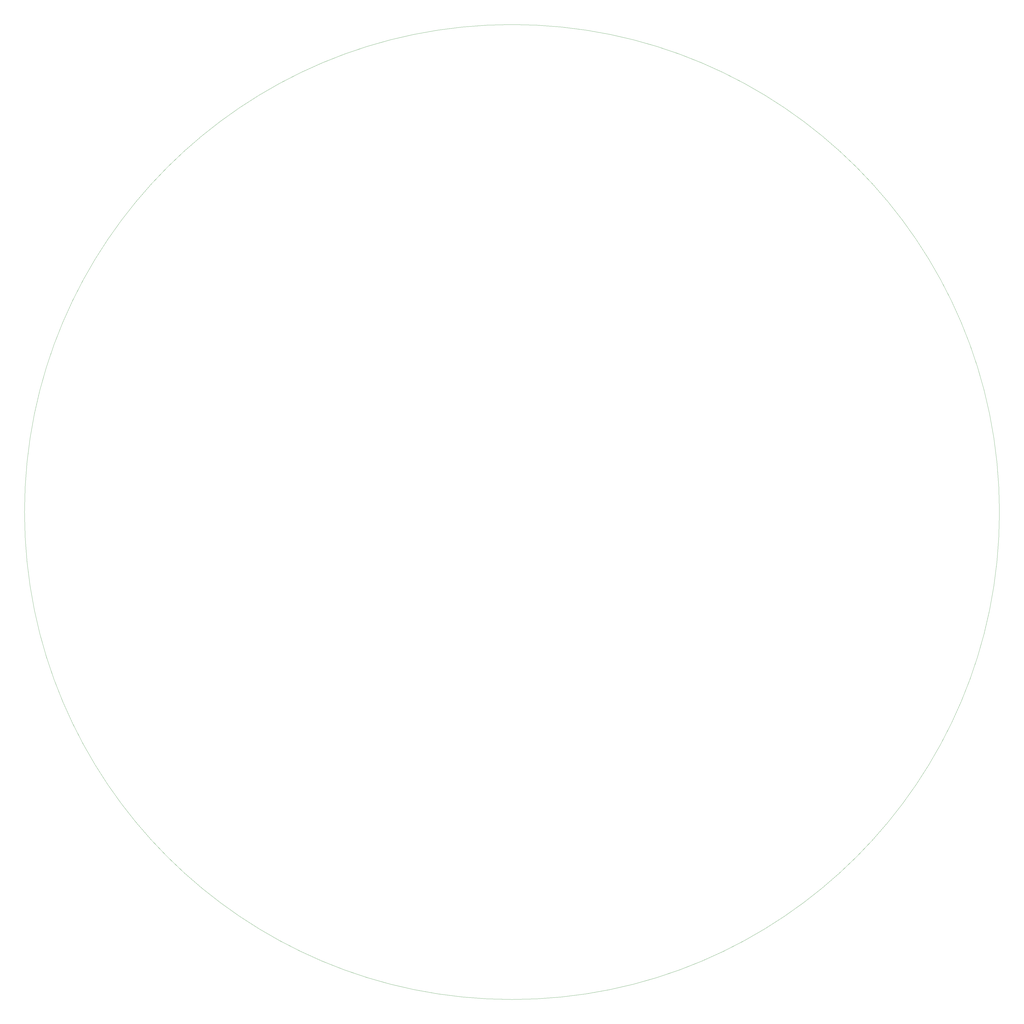
<source format=gbr>
%TF.GenerationSoftware,KiCad,Pcbnew,7.0.8*%
%TF.CreationDate,2023-11-22T15:29:50+01:00*%
%TF.ProjectId,board_fully_integrated,626f6172-645f-4667-956c-6c795f696e74,rev?*%
%TF.SameCoordinates,Original*%
%TF.FileFunction,Profile,NP*%
%FSLAX46Y46*%
G04 Gerber Fmt 4.6, Leading zero omitted, Abs format (unit mm)*
G04 Created by KiCad (PCBNEW 7.0.8) date 2023-11-22 15:29:50*
%MOMM*%
%LPD*%
G01*
G04 APERTURE LIST*
%TA.AperFunction,Profile*%
%ADD10C,0.100000*%
%TD*%
G04 APERTURE END LIST*
D10*
X410000000Y-225000000D02*
G75*
G03*
X410000000Y-225000000I-185000000J0D01*
G01*
M02*

</source>
